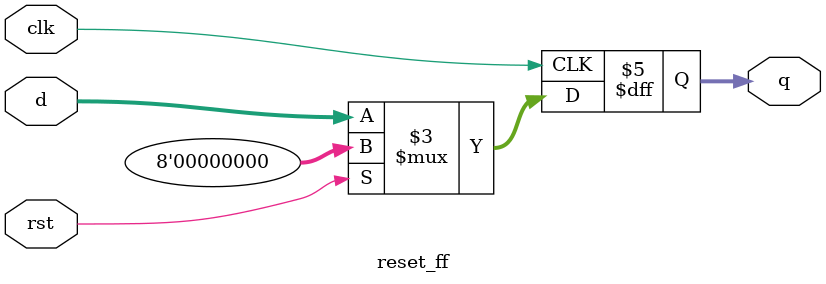
<source format=v>
`timescale 1ns / 1ps

module reset_ff #(parameter WIDTH = 8) (
    input       clk, rst,
    input       [WIDTH-1:0] d,
    output reg  [WIDTH-1:0] q
);

always @(posedge clk) begin
    if (rst) q <= 0;
    else     q <= d;
end

endmodule
</source>
